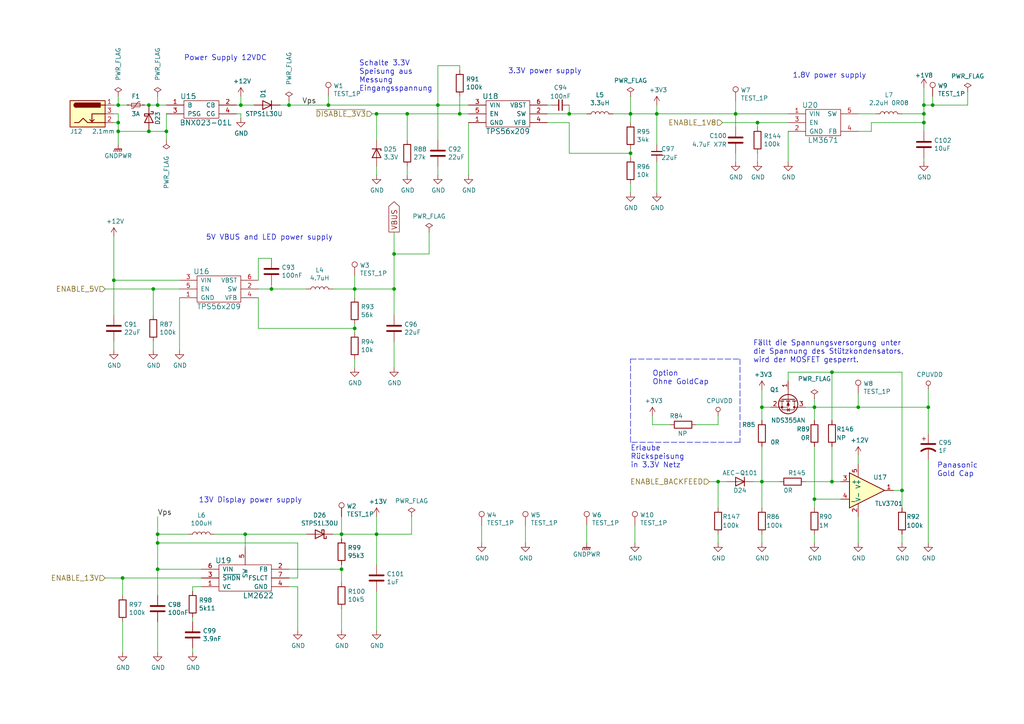
<source format=kicad_sch>
(kicad_sch (version 20211123) (generator eeschema)
  (paper "A4")
  (title_block (title "Power Supply") (date "2016-06-03"))
  (junction (at 182.88 33.02))
  (junction (at 35.56 167.64))
  (junction (at 45.72 157.48))
  (junction (at 34.29 38.1))
  (junction (at 261.62 142.24))
  (junction (at 69.85 30.48))
  (junction (at 99.06 154.94))
  (junction (at 109.22 154.94))
  (junction (at 267.97 30.48))
  (junction (at 213.36 33.02))
  (junction (at 165.1 33.02))
  (junction (at 220.98 118.11))
  (junction (at 133.35 33.02))
  (junction (at 127 30.48))
  (junction (at 99.06 165.1))
  (junction (at 95.25 30.48))
  (junction (at 241.3 107.95))
  (junction (at 78.74 83.82))
  (junction (at 109.22 33.02))
  (junction (at 269.24 118.11))
  (junction (at 118.11 33.02))
  (junction (at 182.88 44.45))
  (junction (at 43.18 30.48))
  (junction (at 45.72 30.48))
  (junction (at 241.3 139.7))
  (junction (at 236.22 118.11))
  (junction (at 236.22 144.78))
  (junction (at 43.18 38.1))
  (junction (at 220.98 139.7))
  (junction (at 34.29 35.56))
  (junction (at 219.71 35.56))
  (junction (at 248.92 118.11))
  (junction (at 33.02 81.28))
  (junction (at 267.97 33.02))
  (junction (at 45.72 165.1))
  (junction (at 114.3 83.82))
  (junction (at 114.3 73.66))
  (junction (at 71.12 154.94))
  (junction (at 208.28 139.7))
  (junction (at 190.5 33.02))
  (junction (at 44.45 83.82))
  (junction (at 267.97 35.56))
  (junction (at 83.82 30.48))
  (junction (at 34.29 30.48))
  (junction (at 102.87 83.82))
  (junction (at 48.26 38.1))
  (junction (at 45.72 154.94))
  (junction (at 270.51 30.48))
  (junction (at 102.87 95.25))
  (wire (pts (xy 248.92 33.02) (xy 254 33.02)))
  (wire (pts (xy 127 19.05) (xy 127 30.48)))
  (wire (pts (xy 45.72 30.48) (xy 48.26 30.48)))
  (wire (pts (xy 267.97 35.56) (xy 252.73 35.56)))
  (wire (pts (xy 33.02 68.58) (xy 33.02 81.28)))
  (wire (pts (xy 43.18 38.1) (xy 48.26 38.1)))
  (wire (pts (xy 86.36 157.48) (xy 86.36 167.64)))
  (wire (pts (xy 213.36 44.45) (xy 213.36 46.99)))
  (wire (pts (xy 95.25 30.48) (xy 127 30.48)))
  (polyline (pts (xy 182.88 128.27) (xy 182.88 104.14)))
  (wire (pts (xy 45.72 154.94) (xy 45.72 157.48)))
  (wire (pts (xy 220.98 118.11) (xy 223.52 118.11)))
  (wire (pts (xy 74.93 81.28) (xy 74.93 74.93)))
  (wire (pts (xy 99.06 154.94) (xy 99.06 156.21)))
  (polyline (pts (xy 182.88 104.14) (xy 214.63 104.14)))
  (wire (pts (xy 213.36 33.02) (xy 213.36 36.83)))
  (wire (pts (xy 86.36 167.64) (xy 83.82 167.64)))
  (wire (pts (xy 269.24 133.35) (xy 269.24 157.48)))
  (polyline (pts (xy 214.63 104.14) (xy 214.63 128.27)))
  (wire (pts (xy 127 48.26) (xy 127 50.8)))
  (wire (pts (xy 44.45 83.82) (xy 52.07 83.82)))
  (wire (pts (xy 127 30.48) (xy 127 40.64)))
  (wire (pts (xy 190.5 33.02) (xy 190.5 41.91)))
  (wire (pts (xy 30.48 167.64) (xy 35.56 167.64)))
  (wire (pts (xy 165.1 30.48) (xy 165.1 33.02)))
  (wire (pts (xy 220.98 113.03) (xy 220.98 118.11)))
  (wire (pts (xy 165.1 35.56) (xy 165.1 44.45)))
  (wire (pts (xy 48.26 33.02) (xy 48.26 38.1)))
  (wire (pts (xy 83.82 30.48) (xy 95.25 30.48)))
  (wire (pts (xy 213.36 33.02) (xy 228.6 33.02)))
  (wire (pts (xy 109.22 171.45) (xy 109.22 182.88)))
  (wire (pts (xy 248.92 114.3) (xy 248.92 118.11)))
  (wire (pts (xy 109.22 154.94) (xy 109.22 163.83)))
  (wire (pts (xy 205.74 139.7) (xy 208.28 139.7)))
  (wire (pts (xy 33.02 81.28) (xy 52.07 81.28)))
  (wire (pts (xy 114.3 73.66) (xy 114.3 83.82)))
  (wire (pts (xy 109.22 149.86) (xy 109.22 154.94)))
  (wire (pts (xy 41.91 30.48) (xy 43.18 30.48)))
  (wire (pts (xy 81.28 30.48) (xy 83.82 30.48)))
  (wire (pts (xy 69.85 33.02) (xy 69.85 34.29)))
  (wire (pts (xy 182.88 33.02) (xy 190.5 33.02)))
  (wire (pts (xy 114.3 67.31) (xy 114.3 73.66)))
  (wire (pts (xy 270.51 30.48) (xy 280.67 30.48)))
  (wire (pts (xy 127 30.48) (xy 135.89 30.48)))
  (wire (pts (xy 109.22 33.02) (xy 118.11 33.02)))
  (wire (pts (xy 45.72 157.48) (xy 45.72 165.1)))
  (wire (pts (xy 55.88 170.18) (xy 55.88 171.45)))
  (wire (pts (xy 241.3 139.7) (xy 243.84 139.7)))
  (wire (pts (xy 220.98 129.54) (xy 220.98 139.7)))
  (wire (pts (xy 71.12 154.94) (xy 88.9 154.94)))
  (wire (pts (xy 118.11 33.02) (xy 118.11 40.64)))
  (wire (pts (xy 68.58 33.02) (xy 69.85 33.02)))
  (wire (pts (xy 220.98 139.7) (xy 226.06 139.7)))
  (wire (pts (xy 267.97 30.48) (xy 267.97 33.02)))
  (wire (pts (xy 30.48 83.82) (xy 44.45 83.82)))
  (wire (pts (xy 107.95 33.02) (xy 109.22 33.02)))
  (wire (pts (xy 228.6 107.95) (xy 228.6 110.49)))
  (wire (pts (xy 45.72 157.48) (xy 86.36 157.48)))
  (wire (pts (xy 102.87 93.98) (xy 102.87 95.25)))
  (wire (pts (xy 124.46 67.31) (xy 124.46 73.66)))
  (wire (pts (xy 241.3 129.54) (xy 241.3 139.7)))
  (wire (pts (xy 233.68 118.11) (xy 236.22 118.11)))
  (wire (pts (xy 35.56 167.64) (xy 35.56 172.72)))
  (wire (pts (xy 248.92 149.86) (xy 248.92 157.48)))
  (wire (pts (xy 170.18 152.4) (xy 170.18 157.48)))
  (wire (pts (xy 99.06 154.94) (xy 109.22 154.94)))
  (wire (pts (xy 74.93 83.82) (xy 78.74 83.82)))
  (wire (pts (xy 99.06 163.83) (xy 99.06 165.1)))
  (wire (pts (xy 55.88 187.96) (xy 55.88 189.23)))
  (wire (pts (xy 241.3 121.92) (xy 241.3 107.95)))
  (wire (pts (xy 33.02 99.06) (xy 33.02 101.6)))
  (wire (pts (xy 233.68 139.7) (xy 241.3 139.7)))
  (wire (pts (xy 236.22 118.11) (xy 236.22 121.92)))
  (wire (pts (xy 74.93 74.93) (xy 78.74 74.93)))
  (wire (pts (xy 102.87 95.25) (xy 102.87 96.52)))
  (wire (pts (xy 86.36 170.18) (xy 86.36 182.88)))
  (wire (pts (xy 34.29 30.48) (xy 34.29 27.94)))
  (wire (pts (xy 209.55 35.56) (xy 219.71 35.56)))
  (wire (pts (xy 102.87 83.82) (xy 114.3 83.82)))
  (wire (pts (xy 182.88 53.34) (xy 182.88 55.88)))
  (wire (pts (xy 95.25 27.94) (xy 95.25 30.48)))
  (wire (pts (xy 236.22 154.94) (xy 236.22 157.48)))
  (wire (pts (xy 267.97 25.4) (xy 267.97 30.48)))
  (wire (pts (xy 78.74 83.82) (xy 88.9 83.82)))
  (wire (pts (xy 52.07 86.36) (xy 52.07 101.6)))
  (wire (pts (xy 261.62 107.95) (xy 261.62 142.24)))
  (wire (pts (xy 74.93 86.36) (xy 74.93 95.25)))
  (wire (pts (xy 236.22 144.78) (xy 236.22 147.32)))
  (wire (pts (xy 267.97 33.02) (xy 261.62 33.02)))
  (wire (pts (xy 152.4 152.4) (xy 152.4 157.48)))
  (wire (pts (xy 252.73 38.1) (xy 248.92 38.1)))
  (wire (pts (xy 68.58 30.48) (xy 69.85 30.48)))
  (wire (pts (xy 208.28 123.19) (xy 208.28 120.65)))
  (wire (pts (xy 190.5 30.48) (xy 190.5 33.02)))
  (wire (pts (xy 139.7 152.4) (xy 139.7 157.48)))
  (wire (pts (xy 99.06 165.1) (xy 99.06 168.91)))
  (wire (pts (xy 69.85 30.48) (xy 73.66 30.48)))
  (wire (pts (xy 119.38 154.94) (xy 119.38 149.86)))
  (wire (pts (xy 34.29 35.56) (xy 33.02 35.56)))
  (wire (pts (xy 78.74 82.55) (xy 78.74 83.82)))
  (wire (pts (xy 109.22 48.26) (xy 109.22 50.8)))
  (wire (pts (xy 219.71 35.56) (xy 228.6 35.56)))
  (wire (pts (xy 158.75 35.56) (xy 165.1 35.56)))
  (wire (pts (xy 236.22 118.11) (xy 248.92 118.11)))
  (wire (pts (xy 190.5 46.99) (xy 190.5 55.88)))
  (wire (pts (xy 96.52 83.82) (xy 102.87 83.82)))
  (wire (pts (xy 35.56 180.34) (xy 35.56 189.23)))
  (wire (pts (xy 45.72 180.34) (xy 45.72 189.23)))
  (wire (pts (xy 58.42 170.18) (xy 55.88 170.18)))
  (wire (pts (xy 267.97 33.02) (xy 267.97 35.56)))
  (wire (pts (xy 34.29 30.48) (xy 36.83 30.48)))
  (wire (pts (xy 45.72 165.1) (xy 58.42 165.1)))
  (wire (pts (xy 135.89 35.56) (xy 135.89 50.8)))
  (wire (pts (xy 165.1 44.45) (xy 182.88 44.45)))
  (wire (pts (xy 83.82 30.48) (xy 83.82 29.21)))
  (wire (pts (xy 241.3 107.95) (xy 261.62 107.95)))
  (wire (pts (xy 269.24 118.11) (xy 269.24 125.73)))
  (wire (pts (xy 248.92 118.11) (xy 269.24 118.11)))
  (wire (pts (xy 43.18 30.48) (xy 45.72 30.48)))
  (wire (pts (xy 182.88 33.02) (xy 182.88 35.56)))
  (wire (pts (xy 261.62 154.94) (xy 261.62 157.48)))
  (wire (pts (xy 114.3 83.82) (xy 114.3 91.44)))
  (wire (pts (xy 218.44 139.7) (xy 220.98 139.7)))
  (wire (pts (xy 34.29 33.02) (xy 33.02 33.02)))
  (wire (pts (xy 219.71 35.56) (xy 219.71 36.83)))
  (wire (pts (xy 109.22 33.02) (xy 109.22 40.64)))
  (wire (pts (xy 83.82 170.18) (xy 86.36 170.18)))
  (wire (pts (xy 96.52 154.94) (xy 99.06 154.94)))
  (wire (pts (xy 220.98 139.7) (xy 220.98 147.32)))
  (wire (pts (xy 44.45 83.82) (xy 44.45 91.44)))
  (wire (pts (xy 267.97 35.56) (xy 267.97 38.1)))
  (wire (pts (xy 133.35 33.02) (xy 135.89 33.02)))
  (wire (pts (xy 34.29 35.56) (xy 34.29 38.1)))
  (wire (pts (xy 190.5 33.02) (xy 213.36 33.02)))
  (wire (pts (xy 124.46 73.66) (xy 114.3 73.66)))
  (wire (pts (xy 102.87 104.14) (xy 102.87 106.68)))
  (wire (pts (xy 127 19.05) (xy 133.35 19.05)))
  (wire (pts (xy 270.51 27.94) (xy 270.51 30.48)))
  (wire (pts (xy 236.22 129.54) (xy 236.22 144.78)))
  (wire (pts (xy 133.35 33.02) (xy 133.35 27.94)))
  (wire (pts (xy 220.98 118.11) (xy 220.98 121.92)))
  (wire (pts (xy 71.12 158.75) (xy 71.12 154.94)))
  (wire (pts (xy 208.28 139.7) (xy 208.28 147.32)))
  (wire (pts (xy 220.98 154.94) (xy 220.98 157.48)))
  (wire (pts (xy 189.23 120.65) (xy 189.23 123.19)))
  (wire (pts (xy 208.28 139.7) (xy 210.82 139.7)))
  (wire (pts (xy 48.26 38.1) (xy 48.26 40.64)))
  (wire (pts (xy 267.97 45.72) (xy 267.97 46.99)))
  (wire (pts (xy 99.06 176.53) (xy 99.06 182.88)))
  (wire (pts (xy 83.82 165.1) (xy 99.06 165.1)))
  (wire (pts (xy 189.23 123.19) (xy 194.31 123.19)))
  (wire (pts (xy 219.71 44.45) (xy 219.71 46.99)))
  (wire (pts (xy 228.6 38.1) (xy 228.6 46.99)))
  (wire (pts (xy 34.29 38.1) (xy 34.29 41.91)))
  (wire (pts (xy 69.85 30.48) (xy 69.85 27.94)))
  (wire (pts (xy 133.35 19.05) (xy 133.35 20.32)))
  (wire (pts (xy 165.1 33.02) (xy 170.18 33.02)))
  (polyline (pts (xy 214.63 128.27) (xy 182.88 128.27)))
  (wire (pts (xy 158.75 30.48) (xy 160.02 30.48)))
  (wire (pts (xy 35.56 167.64) (xy 58.42 167.64)))
  (wire (pts (xy 182.88 43.18) (xy 182.88 44.45)))
  (wire (pts (xy 201.93 123.19) (xy 208.28 123.19)))
  (wire (pts (xy 236.22 144.78) (xy 243.84 144.78)))
  (wire (pts (xy 248.92 132.08) (xy 248.92 134.62)))
  (wire (pts (xy 184.15 152.4) (xy 184.15 157.48)))
  (wire (pts (xy 44.45 99.06) (xy 44.45 101.6)))
  (wire (pts (xy 45.72 154.94) (xy 54.61 154.94)))
  (wire (pts (xy 182.88 27.94) (xy 182.88 33.02)))
  (wire (pts (xy 228.6 107.95) (xy 241.3 107.95)))
  (wire (pts (xy 261.62 142.24) (xy 259.08 142.24)))
  (wire (pts (xy 158.75 33.02) (xy 165.1 33.02)))
  (wire (pts (xy 33.02 81.28) (xy 33.02 91.44)))
  (wire (pts (xy 208.28 154.94) (xy 208.28 157.48)))
  (wire (pts (xy 118.11 33.02) (xy 133.35 33.02)))
  (wire (pts (xy 177.8 33.02) (xy 182.88 33.02)))
  (wire (pts (xy 99.06 149.86) (xy 99.06 154.94)))
  (wire (pts (xy 280.67 30.48) (xy 280.67 26.67)))
  (wire (pts (xy 252.73 35.56) (xy 252.73 38.1)))
  (wire (pts (xy 261.62 142.24) (xy 261.62 147.32)))
  (wire (pts (xy 45.72 30.48) (xy 45.72 27.94)))
  (wire (pts (xy 55.88 179.07) (xy 55.88 180.34)))
  (wire (pts (xy 236.22 115.57) (xy 236.22 118.11)))
  (wire (pts (xy 33.02 30.48) (xy 34.29 30.48)))
  (wire (pts (xy 269.24 113.03) (xy 269.24 118.11)))
  (wire (pts (xy 114.3 99.06) (xy 114.3 106.68)))
  (wire (pts (xy 34.29 38.1) (xy 43.18 38.1)))
  (wire (pts (xy 182.88 44.45) (xy 182.88 45.72)))
  (wire (pts (xy 74.93 95.25) (xy 102.87 95.25)))
  (wire (pts (xy 45.72 165.1) (xy 45.72 172.72)))
  (wire (pts (xy 45.72 149.86) (xy 45.72 154.94)))
  (wire (pts (xy 213.36 29.21) (xy 213.36 33.02)))
  (wire (pts (xy 102.87 80.01) (xy 102.87 83.82)))
  (wire (pts (xy 267.97 30.48) (xy 270.51 30.48)))
  (wire (pts (xy 109.22 154.94) (xy 119.38 154.94)))
  (wire (pts (xy 118.11 48.26) (xy 118.11 50.8)))
  (wire (pts (xy 62.23 154.94) (xy 71.12 154.94)))
  (wire (pts (xy 102.87 83.82) (xy 102.87 86.36)))
  (wire (pts (xy 34.29 33.02) (xy 34.29 35.56)))
  (text "Power Supply 12VDC" (at 53.34 17.78 0) (effects (font (size 1.524 1.524)) (justify left bottom)))
  (text "13V Display power supply" (at 87.63 146.05 180) (effects (font (size 1.524 1.524)) (justify right bottom)))
  (text "Panasonic\nGold Cap" (at 271.78 138.43 0) (effects (font (size 1.524 1.524)) (justify left bottom)))
  (text "3.3V power supply" (at 147.32 21.59 0) (effects (font (size 1.524 1.524)) (justify left bottom)))
  (text "Option\nOhne GoldCap" (at 189.23 111.76 0) (effects (font (size 1.524 1.524)) (justify left bottom)))
  (text "5V VBUS and LED power supply" (at 59.69 69.85 0) (effects (font (size 1.524 1.524)) (justify left bottom)))
  (text "Fällt die Spannungsversorgung unter\ndie Spannung des Stützkondensators,\nwird der MOSFET gesperrt." (at 218.44 105.41 0) (effects (font (size 1.524 1.524)) (justify left bottom)))
  (text "Schalte 3.3V\nSpeisung aus\nMessung\nEingangsspannung" (at 104.14 26.67 0) (effects (font (size 1.524 1.524)) (justify left bottom)))
  (text "1.8V power supply" (at 229.87 22.86 0) (effects (font (size 1.524 1.524)) (justify left bottom)))
  (text "Erlaube\nRückspeisung\nin 3.3V Netz" (at 182.88 135.89 0) (effects (font (size 1.524 1.524)) (justify left bottom)))
  (label "Vps" (at 45.72 149.86 0) (effects (font (size 1.524 1.524))))
  (label "Vps" (at 87.63 30.48 0) (effects (font (size 1.524 1.524))))
  (global_label "VBUS" (shape output) (at 114.3 67.31 90) (effects (font (size 1.524 1.524))) (property "Referenzen zwischen Schaltplänen" "${INTERSHEET_REFS}" (effects hide)))
  (hierarchical_label "ENABLE_BACKFEED" (shape input) (at 205.74 139.7 180) (effects (font (size 1.524 1.524))))
  (hierarchical_label "~{DISABLE_3V3}" (shape input) (at 107.95 33.02 180) (effects (font (size 1.524 1.524))))
  (hierarchical_label "ENABLE_5V" (shape input) (at 30.48 83.82 180) (effects (font (size 1.524 1.524))))
  (hierarchical_label "ENABLE_1V8" (shape input) (at 209.55 35.56 180) (effects (font (size 1.524 1.524))))
  (hierarchical_label "ENABLE_13V" (shape input) (at 30.48 167.64 180) (effects (font (size 1.524 1.524))))
  (symbol (lib_id "Mainboard-rescue:CP1-Device") (at 269.24 129.54 0) (unit 1)
    (property "Reference" "C95" (at 272.161 128.3716 0) (effects (justify left)))
    (property "Value" "1F" (at 272.161 130.683 0) (effects (justify left)))
    (property "Footprint" "Various:EEC-RG0V105V" (effects hide))
    (property "Manufacturer" "Panasonic" (effects hide))
    (property "Type" "EEC-RG0V105V" (effects hide))
    (property "Source" "Mouser" (effects hide))
    (property "Order Number" "667-EEC-RG0V105V" (effects hide))
  )
  (symbol (lib_id "Connector:Barrel_Jack_Switch") (at 25.4 33.02 0) (unit 1)
    (property "Reference" "J12" (at 20.32 38.1 0) (effects (justify left)))
    (property "Value" "2.1mm" (at 26.67 38.1 0) (effects (justify left)))
    (property "Footprint" "Various:FC68148S" (effects hide))
    (property "Manufacturer" "Cliff Electronic Components" (effects hide))
    (property "Type" "FC68148S" (effects hide))
    (property "Source" "Farnell" (effects hide))
    (property "Order Number" "1889309" (effects hide))
  )
  (symbol (lib_id "Mainboard-rescue:GND-power") (at 69.85 34.29 0) (unit 1)
    (property "Reference" "#PWR0151" (effects hide))
    (property "Value" "GND" (at 69.977 38.6842 0))
  )
  (symbol (lib_id "Device:L") (at 58.42 154.94 90) (unit 1)
    (property "Reference" "L6" (at 58.42 149.4536 90))
    (property "Value" "100uH" (at 58.42 151.765 90))
    (property "Footprint" "Capacitors_SMD:C_1210_HandSoldering" (effects hide))
    (property "Manufacturer" "TDK" (effects hide))
    (property "Type" "NLCV32T-101K-PF" (effects hide))
    (property "Source" "Farnell" (effects hide))
    (property "Order Number" "2459944" (effects hide))
  )
  (symbol (lib_id "Device:C") (at 45.72 176.53 0) (unit 1)
    (property "Reference" "C98" (at 48.641 175.3616 0) (effects (justify left)))
    (property "Value" "100nF" (at 48.641 177.673 0) (effects (justify left)))
    (property "Footprint" "Capacitors_SMD:C_0603_HandSoldering" (effects hide))
    (property "Manufacturer" "Value" (effects hide))
    (property "Type" "X7R" (effects hide))
    (property "Source" "Farnell" (effects hide))
    (property "Order Number" "Value" (effects hide))
  )
  (symbol (lib_id "Mainboard-rescue:GND-power") (at 45.72 189.23 0) (unit 1)
    (property "Reference" "#PWR0152" (effects hide))
    (property "Value" "GND" (at 45.847 193.6242 0))
  )
  (symbol (lib_id "Mainboard-rescue:GND-power") (at 86.36 182.88 0) (unit 1)
    (property "Reference" "#PWR0153" (effects hide))
    (property "Value" "GND" (at 86.487 187.2742 0))
  )
  (symbol (lib_id "Device:D_Schottky") (at 92.71 154.94 180) (unit 1)
    (property "Reference" "D26" (at 92.71 149.4536 0))
    (property "Value" "STPS1L30U" (at 92.71 151.765 0))
    (property "Footprint" "Diodes_SMD:SMB_Handsoldering" (effects hide))
    (property "Manufacturer" "STM" (effects hide))
    (property "Type" "STPS1L30U" (effects hide))
    (property "Source" "Farnell" (effects hide))
    (property "Order Number" "1467550" (effects hide))
  )
  (symbol (lib_id "Device:R") (at 99.06 160.02 0) (unit 1)
    (property "Reference" "R99" (at 100.838 158.8516 0) (effects (justify left)))
    (property "Value" "95k3" (at 100.838 161.163 0) (effects (justify left)))
    (property "Footprint" "Resistors_SMD:R_0603_HandSoldering" (effects hide))
  )
  (symbol (lib_id "Device:R") (at 99.06 172.72 0) (unit 1)
    (property "Reference" "R100" (at 100.838 171.5516 0) (effects (justify left)))
    (property "Value" "10k5" (at 100.838 173.863 0) (effects (justify left)))
    (property "Footprint" "Resistors_SMD:R_0603_HandSoldering" (effects hide))
  )
  (symbol (lib_id "Mainboard-rescue:GND-power") (at 99.06 182.88 0) (unit 1)
    (property "Reference" "#PWR0154" (effects hide))
    (property "Value" "GND" (at 99.187 187.2742 0))
  )
  (symbol (lib_id "Device:C") (at 109.22 167.64 0) (unit 1)
    (property "Reference" "C101" (at 112.141 166.4716 0) (effects (justify left)))
    (property "Value" "1uF" (at 112.141 168.783 0) (effects (justify left)))
    (property "Footprint" "Capacitors_SMD:C_0603_HandSoldering" (effects hide))
    (property "Type" "X5R/X7R" (effects hide))
  )
  (symbol (lib_id "Mainboard-rescue:GND-power") (at 109.22 182.88 0) (unit 1)
    (property "Reference" "#PWR0155" (effects hide))
    (property "Value" "GND" (at 109.347 187.2742 0))
  )
  (symbol (lib_id "Device:R") (at 35.56 176.53 0) (unit 1)
    (property "Reference" "R97" (at 37.338 175.3616 0) (effects (justify left)))
    (property "Value" "100k" (at 37.338 177.673 0) (effects (justify left)))
    (property "Footprint" "Resistors_SMD:R_0603_HandSoldering" (effects hide))
  )
  (symbol (lib_id "Mainboard-rescue:GND-power") (at 35.56 189.23 0) (unit 1)
    (property "Reference" "#PWR0156" (effects hide))
    (property "Value" "GND" (at 35.687 193.6242 0))
  )
  (symbol (lib_id "Mainboard:+13V") (at 109.22 149.86 0) (unit 1)
    (property "Reference" "#PWR0157" (effects hide))
    (property "Value" "+13V" (at 109.601 145.4658 0))
  )
  (symbol (lib_id "Mainboard-rescue:+12V-power") (at 69.85 27.94 0) (unit 1)
    (property "Reference" "#PWR0158" (effects hide))
    (property "Value" "+12V" (at 70.231 23.5458 0))
  )
  (symbol (lib_id "Mainboard-rescue:PWR_FLAG-power") (at 34.29 27.94 0) (unit 1)
    (property "Reference" "#FLG0159" (effects hide))
    (property "Value" "PWR_FLAG" (at 34.29 23.4188 90) (effects (justify left)))
  )
  (symbol (lib_id "Mainboard-rescue:PWR_FLAG-power") (at 48.26 40.64 180) (unit 1)
    (property "Reference" "#FLG0160" (effects hide))
    (property "Value" "PWR_FLAG" (at 48.26 45.1612 90) (effects (justify left)))
  )
  (symbol (lib_id "Device:R") (at 182.88 49.53 0) (unit 1)
    (property "Reference" "R96" (at 184.658 48.3616 0) (effects (justify left)))
    (property "Value" "10k" (at 184.658 50.673 0) (effects (justify left)))
    (property "Footprint" "Resistors_SMD:R_0603_HandSoldering" (effects hide))
    (property "Manufacturer" "Value" (effects hide))
    (property "Type" "Value" (effects hide))
    (property "Source" "Farnell" (effects hide))
    (property "Order Number" "Value" (effects hide))
    (property "Tolerance" "1%" (effects hide))
  )
  (symbol (lib_id "Device:R") (at 182.88 39.37 0) (unit 1)
    (property "Reference" "R95" (at 184.658 38.2016 0) (effects (justify left)))
    (property "Value" "34k" (at 184.658 40.513 0) (effects (justify left)))
    (property "Footprint" "Resistors_SMD:R_0603_HandSoldering" (effects hide))
    (property "Manufacturer" "Value" (effects hide))
    (property "Type" "Value" (effects hide))
    (property "Source" "Farnell" (effects hide))
    (property "Order Number" "Value" (effects hide))
    (property "Tolerance" "1%" (effects hide))
  )
  (symbol (lib_id "Device:C_Small") (at 190.5 44.45 0) (unit 1)
    (property "Reference" "C97" (at 191.77 43.18 0) (effects (justify left)))
    (property "Value" "22uF" (at 191.77 45.72 0) (effects (justify left)))
    (property "Footprint" "Capacitors_SMD:C_1206_HandSoldering" (effects hide))
    (property "Manufacturer" "Value" (effects hide))
    (property "Type" "X5R/X7R" (effects hide))
    (property "Source" "Farnell" (effects hide))
    (property "Order Number" "Value" (effects hide))
  )
  (symbol (lib_id "Device:L") (at 173.99 33.02 90) (unit 1)
    (property "Reference" "L5" (at 173.99 27.5336 90))
    (property "Value" "3.3uH" (at 173.99 29.845 90))
    (property "Footprint" "Various:Choke_Panasonic_10mm" (effects hide))
    (property "Manufacturer" "Panasonic" (effects hide))
    (property "Type" "ELLATP3R3NB" (effects hide))
    (property "Source" "Farnell" (effects hide))
    (property "Order Number" "1865686" (effects hide))
  )
  (symbol (lib_id "Mainboard-rescue:+3.3V-power") (at 190.5 30.48 0) (unit 1)
    (property "Reference" "#PWR0161" (effects hide))
    (property "Value" "+3.3V" (at 190.881 26.0858 0))
  )
  (symbol (lib_id "Device:C") (at 127 44.45 0) (unit 1)
    (property "Reference" "C92" (at 129.921 43.2816 0) (effects (justify left)))
    (property "Value" "22uF" (at 129.921 45.593 0) (effects (justify left)))
    (property "Footprint" "Capacitors_SMD:C_1206_HandSoldering" (effects hide))
    (property "Manufacturer" "Value" (effects hide))
    (property "Type" "X5R/X7R" (effects hide))
    (property "Source" "Farnell" (effects hide))
    (property "Order Number" "Value" (effects hide))
  )
  (symbol (lib_id "Device:C_Small") (at 162.56 30.48 270) (unit 1)
    (property "Reference" "C94" (at 162.56 25.4 90))
    (property "Value" "100nF" (at 162.56 27.94 90))
    (property "Footprint" "Capacitors_SMD:C_0603_HandSoldering" (effects hide))
    (property "Manufacturer" "Value" (effects hide))
    (property "Type" "Value" (effects hide))
    (property "Source" "Farnell" (effects hide))
    (property "Order Number" "Value" (effects hide))
  )
  (symbol (lib_id "Mainboard-rescue:GND-power") (at 135.89 50.8 0) (unit 1)
    (property "Reference" "#PWR0162" (effects hide))
    (property "Value" "GND" (at 136.017 55.1942 0))
  )
  (symbol (lib_id "Mainboard-rescue:GND-power") (at 127 50.8 0) (unit 1)
    (property "Reference" "#PWR0163" (effects hide))
    (property "Value" "GND" (at 127.127 55.1942 0))
  )
  (symbol (lib_id "Mainboard-rescue:GND-power") (at 182.88 55.88 0) (unit 1)
    (property "Reference" "#PWR0164" (effects hide))
    (property "Value" "GND" (at 183.007 60.2742 0))
  )
  (symbol (lib_id "Mainboard-rescue:GND-power") (at 190.5 55.88 0) (unit 1)
    (property "Reference" "#PWR0165" (effects hide))
    (property "Value" "GND" (at 190.627 60.2742 0))
  )
  (symbol (lib_id "Device:R") (at 133.35 24.13 0) (unit 1)
    (property "Reference" "R91" (at 135.128 22.9616 0) (effects (justify left)))
    (property "Value" "100k" (at 135.128 25.273 0) (effects (justify left)))
    (property "Footprint" "Resistors_SMD:R_0603_HandSoldering" (effects hide))
  )
  (symbol (lib_id "Device:Q_NMOS_GSD") (at 228.6 115.57 270) (unit 1)
    (property "Reference" "Q1" (at 226.06 113.03 90) (effects (justify right)))
    (property "Value" "NDS355AN" (at 233.68 121.92 90) (effects (justify right)))
    (property "Footprint" "TO_SOT_Packages_SMD:SOT-23_Handsoldering" (effects hide))
    (property "Manufacturer" "Fairchild" (effects hide))
    (property "Type" "NDS355AN" (effects hide))
    (property "Source" "Farnell" (effects hide))
    (property "Order Number" "9845429" (effects hide))
  )
  (symbol (lib_id "Mainboard:TLV3701") (at 251.46 142.24 0) (unit 1)
    (property "Reference" "U17" (at 255.27 138.43 0))
    (property "Value" "TLV3701" (at 257.81 146.05 0))
    (property "Footprint" "TO_SOT_Packages_SMD:SOT-23-5" (effects hide))
    (property "Manufacturer" "Texas Instruments" (effects hide))
    (property "Type" "TLV3701CDBVT" (effects hide))
    (property "Source" "Farnell" (effects hide))
    (property "Order Number" "8455538" (effects hide))
  )
  (symbol (lib_id "Mainboard-rescue:+12V-power") (at 248.92 132.08 0) (unit 1)
    (property "Reference" "#PWR0166" (effects hide))
    (property "Value" "+12V" (at 249.301 127.6858 0))
  )
  (symbol (lib_id "Mainboard-rescue:GND-power") (at 248.92 157.48 0) (unit 1)
    (property "Reference" "#PWR0167" (effects hide))
    (property "Value" "GND" (at 249.047 161.8742 0))
  )
  (symbol (lib_id "Mainboard-rescue:+3.3V-power") (at 220.98 113.03 0) (unit 1)
    (property "Reference" "#PWR0168" (effects hide))
    (property "Value" "+3.3V" (at 221.361 108.6358 0))
  )
  (symbol (lib_id "Mainboard:CPUVDD") (at 269.24 113.03 0) (unit 1)
    (property "Reference" "#PWR0169" (effects hide))
    (property "Value" "CPUVDD" (at 269.6718 108.6358 0))
  )
  (symbol (lib_id "Device:R") (at 220.98 125.73 0) (unit 1)
    (property "Reference" "R85" (at 217.17 123.19 0))
    (property "Value" "0R" (at 224.79 128.27 0))
    (property "Footprint" "Resistors_SMD:R_0603_HandSoldering" (effects hide))
    (property "Manufacturer" "Value" (effects hide))
    (property "Type" "Value" (effects hide))
    (property "Source" "Farnell" (effects hide))
    (property "Order Number" "Value" (effects hide))
  )
  (symbol (lib_id "Device:R") (at 220.98 151.13 0) (unit 1)
    (property "Reference" "R86" (at 222.25 149.86 0) (effects (justify left)))
    (property "Value" "100k" (at 222.25 152.4 0) (effects (justify left)))
    (property "Footprint" "Resistors_SMD:R_0603_HandSoldering" (effects hide))
    (property "Manufacturer" "Value" (effects hide))
    (property "Type" "Value" (effects hide))
    (property "Source" "Farnell" (effects hide))
    (property "Order Number" "Value" (effects hide))
  )
  (symbol (lib_id "Device:R") (at 236.22 125.73 0) (unit 1)
    (property "Reference" "R89" (at 234.95 124.46 0) (effects (justify right)))
    (property "Value" "0R" (at 234.95 127 0) (effects (justify right)))
    (property "Footprint" "Resistors_SMD:R_0603_HandSoldering" (effects hide))
    (property "Manufacturer" "Value" (effects hide))
    (property "Type" "Value" (effects hide))
    (property "Source" "Farnell" (effects hide))
    (property "Order Number" "Value" (effects hide))
  )
  (symbol (lib_id "Device:R") (at 236.22 151.13 0) (unit 1)
    (property "Reference" "R90" (at 237.49 149.86 0) (effects (justify left)))
    (property "Value" "1M" (at 237.49 152.4 0) (effects (justify left)))
    (property "Footprint" "Resistors_SMD:R_0603_HandSoldering" (effects hide))
  )
  (symbol (lib_id "Mainboard-rescue:GND-power") (at 220.98 157.48 0) (unit 1)
    (property "Reference" "#PWR0170" (effects hide))
    (property "Value" "GND" (at 221.107 161.8742 0))
  )
  (symbol (lib_id "Mainboard-rescue:GND-power") (at 236.22 157.48 0) (unit 1)
    (property "Reference" "#PWR0171" (effects hide))
    (property "Value" "GND" (at 236.347 161.8742 0))
  )
  (symbol (lib_id "Device:R") (at 261.62 151.13 0) (unit 1)
    (property "Reference" "R92" (at 262.89 149.86 0) (effects (justify left)))
    (property "Value" "100k" (at 262.89 152.4 0) (effects (justify left)))
    (property "Footprint" "Resistors_SMD:R_0603_HandSoldering" (effects hide))
  )
  (symbol (lib_id "Mainboard-rescue:GND-power") (at 261.62 157.48 0) (unit 1)
    (property "Reference" "#PWR0172" (effects hide))
    (property "Value" "GND" (at 261.747 161.8742 0))
  )
  (symbol (lib_id "Mainboard-rescue:GND-power") (at 269.24 157.48 0) (unit 1)
    (property "Reference" "#PWR0173" (effects hide))
    (property "Value" "GND" (at 269.367 161.8742 0))
  )
  (symbol (lib_id "Mainboard-rescue:+3.3V-power") (at 189.23 120.65 0) (unit 1)
    (property "Reference" "#PWR0174" (effects hide))
    (property "Value" "+3.3V" (at 189.611 116.2558 0))
  )
  (symbol (lib_id "Mainboard:CPUVDD") (at 208.28 120.65 0) (unit 1)
    (property "Reference" "#PWR0175" (effects hide))
    (property "Value" "CPUVDD" (at 208.7118 116.2558 0))
  )
  (symbol (lib_id "Device:R") (at 198.12 123.19 90) (unit 1)
    (property "Reference" "R84" (at 198.12 120.65 90) (effects (justify left)))
    (property "Value" "NP" (at 199.39 125.73 90) (effects (justify left)))
    (property "Footprint" "Resistors_SMD:R_0603_HandSoldering" (effects hide))
  )
  (symbol (lib_id "Mainboard:LM2622") (at 71.12 167.64 0) (unit 1)
    (property "Reference" "U19" (at 64.77 162.56 0) (effects (font (size 1.524 1.524))))
    (property "Value" "LM2622" (at 74.93 172.72 0) (effects (font (size 1.524 1.524))))
    (property "Footprint" "Housings_SSOP:MSOP-8_3x3mm_Pitch0.65mm" (effects hide))
    (property "Manufacturer" "Texas Instruments" (effects hide))
    (property "Type" "LM2622MM-ADJ/NOPB" (effects hide))
    (property "Source" "Farnell" (effects hide))
    (property "Order Number" "2323507" (effects hide))
  )
  (symbol (lib_id "Device:R") (at 55.88 175.26 0) (unit 1)
    (property "Reference" "R98" (at 57.658 174.0916 0) (effects (justify left)))
    (property "Value" "5k11" (at 57.658 176.403 0) (effects (justify left)))
    (property "Footprint" "Resistors_SMD:R_0603_HandSoldering" (effects hide))
  )
  (symbol (lib_id "Mainboard-rescue:GND-power") (at 55.88 189.23 0) (unit 1)
    (property "Reference" "#PWR0176" (effects hide))
    (property "Value" "GND" (at 56.007 193.6242 0))
  )
  (symbol (lib_id "Device:C") (at 55.88 184.15 0) (unit 1)
    (property "Reference" "C99" (at 58.801 182.9816 0) (effects (justify left)))
    (property "Value" "3.9nF" (at 58.801 185.293 0) (effects (justify left)))
    (property "Footprint" "Capacitors_SMD:C_0603_HandSoldering" (effects hide))
    (property "Manufacturer" "Value" (effects hide))
    (property "Type" "X7R" (effects hide))
    (property "Source" "Farnell" (effects hide))
    (property "Order Number" "Value" (effects hide))
  )
  (symbol (lib_id "Device:D") (at 214.63 139.7 180) (unit 1)
    (property "Reference" "D24" (at 214.63 142.24 0))
    (property "Value" "AEC-Q101" (at 214.63 137.16 0))
    (property "Footprint" "Capacitors_SMD:C_1206_HandSoldering" (effects hide))
    (property "Manufacturer" "Bourns" (effects hide))
    (property "Type" "CD1206-S01575" (effects hide))
    (property "Source" "Farnell" (effects hide))
    (property "Order Number" "2211947" (effects hide))
  )
  (symbol (lib_id "Device:L") (at 257.81 33.02 90) (unit 1)
    (property "Reference" "L7" (at 257.81 27.5336 90))
    (property "Value" "2.2uH 0R08" (at 257.81 29.845 90))
    (property "Footprint" "Various:Inductor_3x2mm_Wuerth" (effects hide))
    (property "Manufacturer" "Würth Elektronik" (effects hide))
    (property "Type" "74438336022" (effects hide))
    (property "Source" "Farnell" (effects hide))
    (property "Order Number" "2448581" (effects hide))
  )
  (symbol (lib_id "Device:C") (at 267.97 41.91 0) (unit 1)
    (property "Reference" "C102" (at 270.891 40.7416 0) (effects (justify left)))
    (property "Value" "10uF" (at 270.891 43.053 0) (effects (justify left)))
    (property "Footprint" "Capacitors_SMD:C_1206_HandSoldering" (effects hide))
    (property "Manufacturer" "Value" (effects hide))
    (property "Type" "X5R/X7R" (effects hide))
    (property "Source" "Farnell" (effects hide))
    (property "Order Number" "Value" (effects hide))
  )
  (symbol (lib_id "Device:C") (at 213.36 40.64 0) (unit 1)
    (property "Reference" "C100" (at 210.82 39.37 0) (effects (justify right)))
    (property "Value" "4.7uF X7R" (at 210.82 41.91 0) (effects (justify right)))
    (property "Footprint" "Capacitors_SMD:C_1206_HandSoldering" (effects hide))
    (property "Manufacturer" "Kemet" (effects hide))
    (property "Type" "C1206C475K3RACAUTO" (effects hide))
    (property "Source" "Mouser" (effects hide))
    (property "Order Number" "80-C1206C475K3RAUTO" (effects hide))
  )
  (symbol (lib_id "Mainboard-rescue:GND-power") (at 213.36 46.99 0) (unit 1)
    (property "Reference" "#PWR0177" (effects hide))
    (property "Value" "GND" (at 213.487 51.3842 0))
  )
  (symbol (lib_id "Mainboard-rescue:GND-power") (at 267.97 46.99 0) (unit 1)
    (property "Reference" "#PWR0178" (effects hide))
    (property "Value" "GND" (at 268.097 51.3842 0))
  )
  (symbol (lib_id "Mainboard-rescue:+1V8-power") (at 267.97 25.4 0) (unit 1)
    (property "Reference" "#PWR0179" (effects hide))
    (property "Value" "+1V8" (at 267.97 21.844 0))
  )
  (symbol (lib_id "Device:R") (at 102.87 100.33 0) (unit 1)
    (property "Reference" "R94" (at 104.648 99.1616 0) (effects (justify left)))
    (property "Value" "10k" (at 104.648 101.473 0) (effects (justify left)))
    (property "Footprint" "Resistors_SMD:R_0603_HandSoldering" (effects hide))
    (property "Manufacturer" "Value" (effects hide))
    (property "Type" "Value" (effects hide))
    (property "Source" "Farnell" (effects hide))
    (property "Order Number" "Value" (effects hide))
    (property "Tolerance" "1%" (effects hide))
  )
  (symbol (lib_id "Device:R") (at 102.87 90.17 0) (unit 1)
    (property "Reference" "R93" (at 104.648 89.0016 0) (effects (justify left)))
    (property "Value" "56k" (at 104.648 91.313 0) (effects (justify left)))
    (property "Footprint" "Resistors_SMD:R_0603_HandSoldering" (effects hide))
    (property "Manufacturer" "Value" (effects hide))
    (property "Type" "Value" (effects hide))
    (property "Source" "Farnell" (effects hide))
    (property "Order Number" "Value" (effects hide))
    (property "Tolerance" "1%" (effects hide))
  )
  (symbol (lib_id "Device:C") (at 114.3 95.25 0) (unit 1)
    (property "Reference" "C96" (at 117.221 94.0816 0) (effects (justify left)))
    (property "Value" "22uF" (at 117.221 96.393 0) (effects (justify left)))
    (property "Footprint" "Capacitors_SMD:C_1206_HandSoldering" (effects hide))
    (property "Type" "X5R/X7R" (effects hide))
  )
  (symbol (lib_id "Device:L") (at 92.71 83.82 90) (unit 1)
    (property "Reference" "L4" (at 92.71 78.3336 90))
    (property "Value" "4.7uH" (at 92.71 80.645 90))
    (property "Footprint" "Various:Bourns_SRN6045" (effects hide))
    (property "Manufacturer" "Bourns" (effects hide))
    (property "Type" "SRN6045-4R7Y" (effects hide))
    (property "Source" "Farnell" (effects hide))
    (property "Order Number" "2061647" (effects hide))
  )
  (symbol (lib_id "Device:C") (at 33.02 95.25 0) (unit 1)
    (property "Reference" "C91" (at 35.941 94.0816 0) (effects (justify left)))
    (property "Value" "22uF" (at 35.941 96.393 0) (effects (justify left)))
    (property "Footprint" "Capacitors_SMD:C_1206_HandSoldering" (effects hide))
    (property "Manufacturer" "Value" (effects hide))
    (property "Type" "X5R/X7R" (effects hide))
    (property "Source" "Farnell" (effects hide))
    (property "Order Number" "Value" (effects hide))
  )
  (symbol (lib_id "Device:C") (at 78.74 78.74 0) (unit 1)
    (property "Reference" "C93" (at 81.661 77.5716 0) (effects (justify left)))
    (property "Value" "100nF" (at 81.661 79.883 0) (effects (justify left)))
    (property "Footprint" "Capacitors_SMD:C_0603_HandSoldering" (effects hide))
    (property "Manufacturer" "Value" (effects hide))
    (property "Type" "Value" (effects hide))
    (property "Source" "Farnell" (effects hide))
    (property "Order Number" "Value" (effects hide))
  )
  (symbol (lib_id "Mainboard-rescue:GND-power") (at 52.07 101.6 0) (unit 1)
    (property "Reference" "#PWR0180" (effects hide))
    (property "Value" "GND" (at 52.197 105.9942 0))
  )
  (symbol (lib_id "Mainboard-rescue:GND-power") (at 33.02 101.6 0) (unit 1)
    (property "Reference" "#PWR0181" (effects hide))
    (property "Value" "GND" (at 33.147 105.9942 0))
  )
  (symbol (lib_id "Mainboard-rescue:GND-power") (at 102.87 106.68 0) (unit 1)
    (property "Reference" "#PWR0182" (effects hide))
    (property "Value" "GND" (at 102.997 111.0742 0))
  )
  (symbol (lib_id "Mainboard-rescue:GND-power") (at 114.3 106.68 0) (unit 1)
    (property "Reference" "#PWR0183" (effects hide))
    (property "Value" "GND" (at 114.427 111.0742 0))
  )
  (symbol (lib_id "Device:R") (at 44.45 95.25 0) (unit 1)
    (property "Reference" "R87" (at 46.228 94.0816 0) (effects (justify left)))
    (property "Value" "100k" (at 46.228 96.393 0) (effects (justify left)))
    (property "Footprint" "Resistors_SMD:R_0603_HandSoldering" (effects hide))
  )
  (symbol (lib_id "Mainboard-rescue:GND-power") (at 44.45 101.6 0) (unit 1)
    (property "Reference" "#PWR0184" (effects hide))
    (property "Value" "GND" (at 44.577 105.9942 0))
  )
  (symbol (lib_id "Device:R") (at 118.11 44.45 0) (unit 1)
    (property "Reference" "R88" (at 119.888 43.2816 0) (effects (justify left)))
    (property "Value" "27k" (at 119.888 45.593 0) (effects (justify left)))
    (property "Footprint" "Resistors_SMD:R_0603_HandSoldering" (effects hide))
    (property "Manufacturer" "Value" (effects hide))
    (property "Type" "Value" (effects hide))
    (property "Source" "Farnell" (effects hide))
    (property "Order Number" "Value" (effects hide))
  )
  (symbol (lib_id "Device:D_Zener") (at 109.22 44.45 270) (unit 1)
    (property "Reference" "D25" (at 111.2266 43.2816 90) (effects (justify left)))
    (property "Value" "3.3V" (at 111.2266 45.593 90) (effects (justify left)))
    (property "Footprint" "Diodes_SMD:SOD-523" (effects hide))
    (property "Manufacturer" "Fairchild" (effects hide))
    (property "Type" "MM5Z3V3" (effects hide))
    (property "Source" "Farnell" (effects hide))
    (property "Order Number" "2454004" (effects hide))
  )
  (symbol (lib_id "Mainboard-rescue:GND-power") (at 118.11 50.8 0) (unit 1)
    (property "Reference" "#PWR0185" (effects hide))
    (property "Value" "GND" (at 118.237 55.1942 0))
  )
  (symbol (lib_id "Mainboard-rescue:GND-power") (at 109.22 50.8 0) (unit 1)
    (property "Reference" "#PWR0186" (effects hide))
    (property "Value" "GND" (at 109.347 55.1942 0))
  )
  (symbol (lib_id "Mainboard-rescue:PWR_FLAG-power") (at 124.46 67.31 0) (unit 1)
    (property "Reference" "#FLG0191" (effects hide))
    (property "Value" "PWR_FLAG" (at 124.46 62.738 0))
  )
  (symbol (lib_id "Mainboard:BNX023-01L") (at 58.42 30.48 0) (unit 1)
    (property "Reference" "U15" (at 54.61 27.94 0) (effects (font (size 1.524 1.524))))
    (property "Value" "BNX023-01L" (at 59.69 35.56 0) (effects (font (size 1.524 1.524))))
    (property "Footprint" "Various:BNX02x" (effects hide))
    (property "Manufacturer" "Murata" (effects hide))
    (property "Type" "BNX023-01L" (effects hide))
    (property "Source" "Farnell" (effects hide))
    (property "Order Number" "1769693" (effects hide))
  )
  (symbol (lib_id "Device:D_Schottky") (at 43.18 34.29 270) (unit 1)
    (property "Reference" "D23" (at 45.72 34.29 0))
    (property "Value" "SMA6J12A" (effects hide))
    (property "Footprint" "Diodes_SMD:SMA_Handsoldering" (effects hide))
    (property "Manufacturer" "STMicroelectronics" (effects hide))
    (property "Type" "SMA6J12A" (effects hide))
    (property "Source" "Farnell" (effects hide))
    (property "Order Number" "2353648" (effects hide))
  )
  (symbol (lib_id "Mainboard-rescue:GND-power") (at 228.6 46.99 0) (unit 1)
    (property "Reference" "#PWR0192" (effects hide))
    (property "Value" "GND" (at 228.727 51.3842 0))
  )
  (symbol (lib_id "Mainboard-rescue:GNDPWR-power") (at 34.29 41.91 0) (unit 1)
    (property "Reference" "#PWR0187" (effects hide))
    (property "Value" "GNDPWR" (at 34.29 45.212 0))
  )
  (symbol (lib_id "Mainboard-rescue:PWR_FLAG-power") (at 182.88 27.94 0) (unit 1)
    (property "Reference" "#FLG0188" (effects hide))
    (property "Value" "PWR_FLAG" (at 182.88 23.368 0))
  )
  (symbol (lib_id "Mainboard-rescue:PWR_FLAG-power") (at 280.67 26.67 0) (unit 1)
    (property "Reference" "#FLG0189" (effects hide))
    (property "Value" "PWR_FLAG" (at 280.67 22.098 0))
  )
  (symbol (lib_id "Mainboard-rescue:PWR_FLAG-power") (at 119.38 149.86 0) (unit 1)
    (property "Reference" "#FLG0190" (effects hide))
    (property "Value" "PWR_FLAG" (at 119.38 145.288 0))
  )
  (symbol (lib_id "Mainboard:LM3670") (at 238.76 35.56 0) (unit 1)
    (property "Reference" "U20" (at 234.95 30.48 0) (effects (font (size 1.524 1.524))))
    (property "Value" "LM3671" (at 238.76 40.64 0) (effects (font (size 1.524 1.524))))
    (property "Footprint" "TO_SOT_Packages_SMD:SOT-23-5" (effects hide))
    (property "Manufacturer" "Texas Instruments" (effects hide))
    (property "Type" "LM3671MF-1.8/NOPB" (effects hide))
    (property "Source" "Farnell" (effects hide))
    (property "Order Number" "1685654" (effects hide))
  )
  (symbol (lib_id "Mainboard:TPS56x209") (at 147.32 33.02 0) (unit 1)
    (property "Reference" "U18" (at 142.24 27.94 0) (effects (font (size 1.524 1.524))))
    (property "Value" "TPS56x209" (at 147.32 38.1 0) (effects (font (size 1.524 1.524))))
    (property "Footprint" "TO_SOT_Packages_SMD:SOT-23-6" (effects hide))
    (property "Manufacturer" "Texas Instruments" (effects hide))
    (property "Type" "TPS562209DDCT" (effects hide))
    (property "Source" "Farnell" (effects hide))
    (property "Order Number" "2420236" (effects hide))
  )
  (symbol (lib_id "Mainboard:TPS56x209") (at 63.5 83.82 0) (unit 1)
    (property "Reference" "U16" (at 58.42 78.74 0) (effects (font (size 1.524 1.524))))
    (property "Value" "TPS56x209" (at 63.5 88.9 0) (effects (font (size 1.524 1.524))))
    (property "Footprint" "TO_SOT_Packages_SMD:SOT-23-6" (effects hide))
    (property "Manufacturer" "Texas Instruments" (effects hide))
    (property "Type" "TPS562209DDCT" (effects hide))
    (property "Source" "Farnell" (effects hide))
    (property "Order Number" "2420236" (effects hide))
  )
  (symbol (lib_id "Device:Polyfuse_Small") (at 39.37 30.48 270) (unit 1)
    (property "Reference" "F1" (at 39.37 27.94 90))
    (property "Value" "3A" (at 39.37 33.02 90))
    (property "Footprint" "Resistors_SMD:R_1206_HandSoldering" (effects hide))
    (property "Manufacturer" "TE Connectivity" (effects hide))
    (property "Type" "1206SFF300F/32-2" (effects hide))
    (property "Source" "Farnell" (effects hide))
    (property "Order Number" "1843809" (effects hide))
  )
  (symbol (lib_id "Mainboard-rescue:PWR_FLAG-power") (at 45.72 27.94 0) (unit 1)
    (property "Reference" "#FLG0193" (effects hide))
    (property "Value" "PWR_FLAG" (at 45.72 23.4188 90) (effects (justify left)))
  )
  (symbol (lib_id "Device:R") (at 219.71 40.64 0) (unit 1)
    (property "Reference" "R144" (at 221.488 39.4716 0) (effects (justify left)))
    (property "Value" "100k" (at 221.488 41.783 0) (effects (justify left)))
    (property "Footprint" "Resistors_SMD:R_0603_HandSoldering" (effects hide))
  )
  (symbol (lib_id "Mainboard-rescue:GND-power") (at 219.71 46.99 0) (unit 1)
    (property "Reference" "#PWR0194" (effects hide))
    (property "Value" "GND" (at 219.837 51.3842 0))
  )
  (symbol (lib_id "Mainboard-rescue:PWR_FLAG-power") (at 236.22 115.57 0) (unit 1)
    (property "Reference" "#FLG0195" (effects hide))
    (property "Value" "PWR_FLAG" (at 236.22 109.8804 0))
  )
  (symbol (lib_id "Device:R") (at 229.87 139.7 270) (unit 1)
    (property "Reference" "R145" (at 231.14 137.16 90))
    (property "Value" "0R" (at 228.6 142.24 90))
    (property "Footprint" "Resistors_SMD:R_0603_HandSoldering" (effects hide))
    (property "Manufacturer" "Value" (effects hide))
    (property "Type" "Value" (effects hide))
    (property "Source" "Farnell" (effects hide))
    (property "Order Number" "Value" (effects hide))
  )
  (symbol (lib_id "Device:R") (at 241.3 125.73 0) (unit 1)
    (property "Reference" "R146" (at 242.57 124.46 0) (effects (justify left)))
    (property "Value" "NP" (at 242.57 127 0) (effects (justify left)))
    (property "Footprint" "Resistors_SMD:R_0603_HandSoldering" (effects hide))
  )
  (symbol (lib_id "Device:R") (at 208.28 151.13 0) (unit 1)
    (property "Reference" "R147" (at 209.55 149.86 0) (effects (justify left)))
    (property "Value" "100k" (at 209.55 152.4 0) (effects (justify left)))
    (property "Footprint" "Resistors_SMD:R_0603_HandSoldering" (effects hide))
    (property "Manufacturer" "Value" (effects hide))
    (property "Type" "Value" (effects hide))
    (property "Source" "Farnell" (effects hide))
    (property "Order Number" "Value" (effects hide))
  )
  (symbol (lib_id "Mainboard-rescue:GND-power") (at 208.28 157.48 0) (unit 1)
    (property "Reference" "#PWR0196" (effects hide))
    (property "Value" "GND" (at 208.407 161.8742 0))
  )
  (symbol (lib_id "Device:D") (at 77.47 30.48 180) (unit 1)
    (property "Reference" "D1" (at 76.3016 28.4988 90) (effects (justify right)))
    (property "Value" "STPS1L30U" (at 71.12 33.02 0) (effects (justify right)))
    (property "Footprint" "Diodes_SMD:SMB_Handsoldering" (effects hide))
    (property "Manufacturer" "STMicroelectronics" (effects hide))
    (property "Type" "STPS1L30U" (effects hide))
    (property "Source" "Farnell" (effects hide))
    (property "Order Number" "1467550" (effects hide))
  )
  (symbol (lib_id "Mainboard-rescue:PWR_FLAG-power") (at 83.82 29.21 0) (unit 1)
    (property "Reference" "#FLG0197" (effects hide))
    (property "Value" "PWR_FLAG" (at 83.82 24.6888 90) (effects (justify left)))
  )
  (symbol (lib_id "Mainboard-rescue:+12V-power") (at 33.02 68.58 0) (unit 1)
    (property "Reference" "#PWR0198" (effects hide))
    (property "Value" "+12V" (at 33.401 64.1858 0))
  )
  (symbol (lib_id "Connector:TestPoint") (at 102.87 80.01 0) (unit 1)
    (property "Reference" "W3" (at 104.3432 76.962 0) (effects (justify left)))
    (property "Value" "TEST_1P" (at 104.3432 79.2734 0) (effects (justify left)))
    (property "Footprint" "Connect:PINTST" (effects hide))
    (property "Manufacturer" "Keystone" (effects hide))
    (property "Type" "5000" (effects hide))
    (property "Source" "Farnell" (effects hide))
    (property "Order Number" "1463076" (effects hide))
  )
  (symbol (lib_id "Connector:TestPoint") (at 95.25 27.94 0) (unit 1)
    (property "Reference" "W1" (at 96.7232 24.892 0) (effects (justify left)))
    (property "Value" "TEST_1P" (at 96.7232 27.2034 0) (effects (justify left)))
    (property "Footprint" "Connect:PINTST" (effects hide))
    (property "Manufacturer" "Keystone" (effects hide))
    (property "Type" "5000" (effects hide))
    (property "Source" "Farnell" (effects hide))
    (property "Order Number" "1463076" (effects hide))
  )
  (symbol (lib_id "Connector:TestPoint") (at 213.36 29.21 0) (unit 1)
    (property "Reference" "W7" (at 214.8332 26.162 0) (effects (justify left)))
    (property "Value" "TEST_1P" (at 214.8332 28.4734 0) (effects (justify left)))
    (property "Footprint" "Connect:PINTST" (effects hide))
    (property "Manufacturer" "Keystone" (effects hide))
    (property "Type" "5000" (effects hide))
    (property "Source" "Farnell" (effects hide))
    (property "Order Number" "1463076" (effects hide))
  )
  (symbol (lib_id "Connector:TestPoint") (at 270.51 27.94 0) (unit 1)
    (property "Reference" "W9" (at 271.9832 24.892 0) (effects (justify left)))
    (property "Value" "TEST_1P" (at 271.9832 27.2034 0) (effects (justify left)))
    (property "Footprint" "Connect:PINTST" (effects hide))
    (property "Manufacturer" "Keystone" (effects hide))
    (property "Type" "5000" (effects hide))
    (property "Source" "Farnell" (effects hide))
    (property "Order Number" "1463076" (effects hide))
  )
  (symbol (lib_id "Connector:TestPoint") (at 99.06 149.86 0) (unit 1)
    (property "Reference" "W2" (at 100.5332 146.812 0) (effects (justify left)))
    (property "Value" "TEST_1P" (at 100.5332 149.1234 0) (effects (justify left)))
    (property "Footprint" "Connect:PINTST" (effects hide))
    (property "Manufacturer" "Keystone" (effects hide))
    (property "Type" "5000" (effects hide))
    (property "Source" "Farnell" (effects hide))
    (property "Order Number" "1463076" (effects hide))
  )
  (symbol (lib_id "Connector:TestPoint") (at 248.92 114.3 0) (unit 1)
    (property "Reference" "W8" (at 250.3932 111.252 0) (effects (justify left)))
    (property "Value" "TEST_1P" (at 250.3932 113.5634 0) (effects (justify left)))
    (property "Footprint" "Connect:PINTST" (effects hide))
    (property "Manufacturer" "Keystone" (effects hide))
    (property "Type" "5000" (effects hide))
    (property "Source" "Farnell" (effects hide))
    (property "Order Number" "1463076" (effects hide))
  )
  (symbol (lib_id "Connector:TestPoint") (at 139.7 152.4 0) (unit 1)
    (property "Reference" "W4" (at 141.1732 149.352 0) (effects (justify left)))
    (property "Value" "TEST_1P" (at 141.1732 151.6634 0) (effects (justify left)))
    (property "Footprint" "Connect:PINTST" (effects hide))
    (property "Manufacturer" "Keystone" (effects hide))
    (property "Type" "5000" (effects hide))
    (property "Source" "Farnell" (effects hide))
    (property "Order Number" "1463076" (effects hide))
  )
  (symbol (lib_id "Connector:TestPoint") (at 152.4 152.4 0) (unit 1)
    (property "Reference" "W5" (at 153.8732 149.352 0) (effects (justify left)))
    (property "Value" "TEST_1P" (at 153.8732 151.6634 0) (effects (justify left)))
    (property "Footprint" "Connect:PINTST" (effects hide))
    (property "Manufacturer" "Keystone" (effects hide))
    (property "Type" "5000" (effects hide))
    (property "Source" "Farnell" (effects hide))
    (property "Order Number" "1463076" (effects hide))
  )
  (symbol (lib_id "Mainboard-rescue:GND-power") (at 139.7 157.48 0) (unit 1)
    (property "Reference" "#PWR0199" (effects hide))
    (property "Value" "GND" (at 139.827 161.8742 0))
  )
  (symbol (lib_id "Mainboard-rescue:GND-power") (at 152.4 157.48 0) (unit 1)
    (property "Reference" "#PWR0200" (effects hide))
    (property "Value" "GND" (at 152.527 161.8742 0))
  )
  (symbol (lib_id "Mainboard-rescue:GNDPWR-power") (at 170.18 157.48 0) (unit 1)
    (property "Reference" "#PWR0201" (effects hide))
    (property "Value" "GNDPWR" (at 170.18 160.782 0))
  )
  (symbol (lib_id "Connector:TestPoint") (at 170.18 152.4 0) (unit 1)
    (property "Reference" "W6" (at 171.6532 149.352 0) (effects (justify left)))
    (property "Value" "TEST_1P" (at 171.6532 151.6634 0) (effects (justify left)))
    (property "Footprint" "Connect:PINTST" (effects hide))
    (property "Manufacturer" "Keystone" (effects hide))
    (property "Type" "5000" (effects hide))
    (property "Source" "Farnell" (effects hide))
    (property "Order Number" "1463076" (effects hide))
  )
  (symbol (lib_id "Connector:TestPoint") (at 184.15 152.4 0) (unit 1)
    (property "Reference" "W10" (at 185.6232 149.352 0) (effects (justify left)))
    (property "Value" "TEST_1P" (at 185.6232 151.6634 0) (effects (justify left)))
    (property "Footprint" "Connect:PINTST" (effects hide))
    (property "Manufacturer" "Keystone" (effects hide))
    (property "Type" "5000" (effects hide))
    (property "Source" "Farnell" (effects hide))
    (property "Order Number" "1463076" (effects hide))
  )
  (symbol (lib_id "Mainboard-rescue:GND-power") (at 184.15 157.48 0) (unit 1)
    (property "Reference" "#PWR0202" (effects hide))
    (property "Value" "GND" (at 184.277 161.8742 0))
  )
)
</source>
